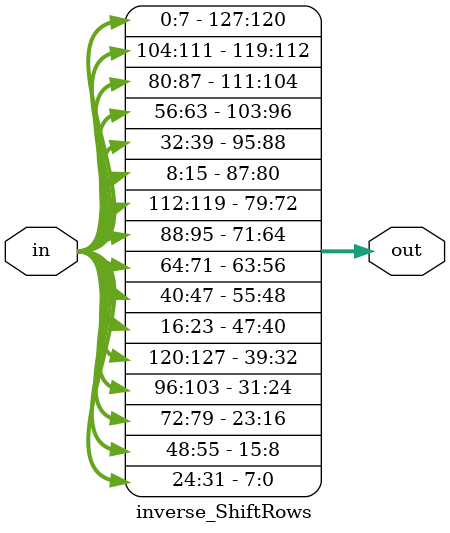
<source format=v>
module inverse_ShiftRows(input [0:127]in,output[0:127] out);
  genvar i;
  //row 1
assign out[0:7]=in[0:7];
assign out[32:39]=in[32:39];
assign out[64:71]=in[64:71];
assign out[96:103]=in[96:103];
  //row 2
assign out[8:15]=in[104:111];
assign out[40:47]=in[8:15];
assign out[72:79]=in[40:47];
assign out[104:111]=in[72:79];
    //row 3
assign out[16:23]=in[80:87];
assign out[48:55]=in[112:119];
assign out[80:87]=in[16:23];
assign out[112:119]=in[48:55];
    //row 4
assign out[24:31]=in[56:63];
assign out[56:63]=in[88:95];
assign out[88:95]=in[120:127];
assign out[120:127]=in[24:31];

endmodule


</source>
